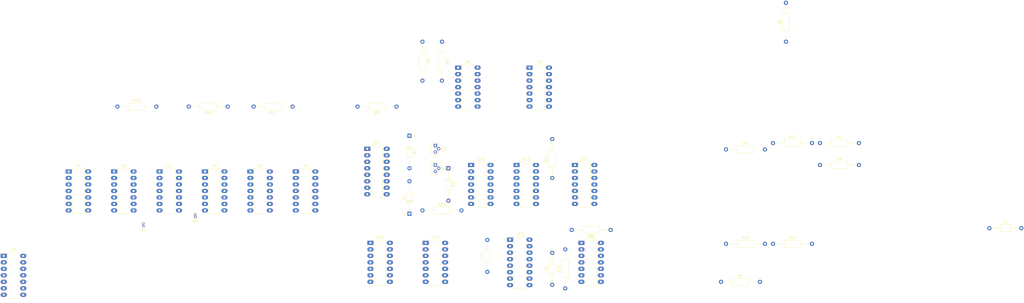
<source format=kicad_pcb>
(kicad_pcb (version 20211014) (generator pcbnew)
  (layers (0 "F.Cu" signal) (31 "B.Cu" signal) (34 "B.Paste" user) (35 "F.Paste" user) (36 "B.SilkS" user "B.Silkscreen") (37 "F.SilkS" user "F.Silkscreen") (38 "B.Mask" user) (39 "F.Mask" user) (44 "Edge.Cuts" user))
  (net 0 "")
  (net 1 "+5V")
  (net 2 "Net-(C1-Pad1)")
  (net 3 "Net-(C2-Pad1)")
  (net 4 "+5P")
  (net 5 "/Arbiter Logic/U16_PULLUP")
  (net 6 "Net-(C2-Pad2)")
  (net 7 "Net-(C4-Pad1)")
  (net 8 "Net-(C4-Pad2)")
  (net 9 "/Arbiter Logic/CLK")
  (net 10 "+5T")
  (net 11 "~{CPU_B_REQ}")
  (net 12 "~{CPU_A_SEL}")
  (net 13 "~{LEFT_SEL}")
  (net 14 "~{TAS}")
  (net 15 "Net-(D3-Pad2)")
  (net 16 "~{CPU_A_REQ}")
  (net 17 "Net-(R1-Pad2)")
  (net 18 "Net-(Q1-Pad2)")
  (net 19 "Net-(Q2-Pad2)")
  (net 20 "GND")
  (net 21 "Net-(R2-Pad2)")
  (net 22 "~{HD1}")
  (net 23 "~{HD2}")
  (net 24 "~{WRITE_GATE}")
  (net 25 "Net-(U0-Pad1)")
  (net 26 "Net-(U0-Pad10)")
  (net 27 "~{ATTEN0}")
  (net 28 "Net-(U0-Pad4)")
  (net 29 "~{ATTEN1}")
  (net 30 "~{ATTEN3}")
  (net 31 "~{ATTEN2}")
  (net 32 "Net-(U0-Pad12)")
  (net 33 "SA4")
  (net 34 "BUS_EN")
  (net 35 "~{SA4}")
  (net 36 "SA8")
  (net 37 "~{SA8}")
  (net 38 "~{SA2}")
  (net 39 "SA2")
  (net 40 "~{WRITE_CHECK}")
  (net 41 "UNSAFE")
  (net 42 "DUR")
  (net 43 "~{DUR}")
  (net 44 "SA1")
  (net 45 "~{SA1}")
  (net 47 "/Arbiter Logic/~{ATTEN3_EN}")
  (net 48 "/Arbiter Bus/HD2|GND")
  (net 49 "WRITE_DATA")
  (net 50 "~{WRITE_DATA&CLOCK}")
  (net 51 "~{BUS_EN}")
  (net 52 "Net-(U3-Pad4)")
  (net 53 "~{WRITE_GATE_OUT}")
  (net 54 "~{READ_GATE}")
  (net 55 "READ_GATE")
  (net 56 "~{TA4}")
  (net 57 "TA4")
  (net 58 "~{TA1}")
  (net 59 "TA1")
  (net 60 "HD2")
  (net 61 "TA64")
  (net 62 "~{TA64}")
  (net 63 "HD1")
  (net 64 "TA2")
  (net 65 "~{TA2}")
  (net 66 "SECTOR_PULSE")
  (net 67 "~{SECTOR_PULSE}")
  (net 68 "SEEK_ERROR")
  (net 69 "~{SEEK_ERROR}")
  (net 70 "~{READ_CLOCK}")
  (net 71 "READ_CLOCK")
  (net 72 "~{READ_DATA}")
  (net 73 "~{TA128}")
  (net 74 "TA128")
  (net 75 "~{TA256}")
  (net 76 "TA256")
  (net 77 "~{TA16}")
  (net 78 "TA16")
  (net 79 "TA32")
  (net 80 "~{TA32}")
  (net 81 "/Arbiter Logic/~{ATTEN2_EN}")
  (net 82 "TA8")
  (net 83 "~{TA8}")
  (net 84 "~{ATTEN}")
  (net 85 "DS1")
  (net 86 "DS0")
  (net 87 "/Arbiter Logic/~{ATTEN0_EN}")
  (net 88 "/Arbiter Logic/~{ATTEN1_EN}")
  (net 91 "~{STROBE}")
  (net 92 "~{RECAL}")
  (net 93 "~{RESTORE}")
  (net 94 "Net-(U8-Pad2)")
  (net 95 "Net-(U8-Pad4)")
  (net 97 "+5A")
  (net 98 "/Arbiter Logic/A_REQ")
  (net 99 "~{CPU_B_SEL}")
  (net 100 "/Arbiter Logic/B_REQ")
  (net 101 "/Arbiter Logic/REQUEST")
  (net 102 "/Arbiter Logic/~{REQUEST}")
  (net 103 "/Arbiter Logic/~{A_REQ}")
  (net 104 "/Arbiter Logic/~{B_REQ}")
  (net 105 "Net-(U11-Pad10)")
  (net 106 "/Arbiter Logic/~{REQ_CLEAR}")
  (net 109 "Net-(U12-Pad6)")
  (net 110 "/Arbiter Logic/REQ_B_CLK")
  (net 111 "/Arbiter Logic/REQ_A_CLK")
  (net 114 "~{D0}")
  (net 115 "Net-(U13-Pad3)")
  (net 116 "~{D1}")
  (net 117 "Net-(U13-Pad6)")
  (net 118 "Net-(C3-Pad1)")
  (net 120 "Net-(U15-Pad4)")
  (net 121 "~{FINISH}")
  (net 124 "ARBITER_POWER")
  (net 125 "DRIVE_POWER")
  (net 126 "/Arbiter Logic/SLAVE")
  (net 127 "Net-(U11-Pad8)")
  (net 128 "Net-(C3-Pad2)")
  (net 129 "READ_DATA")
  (footprint "Resistor_THT:R_Axial_DIN0207_L6.3mm_D2.5mm_P15.24mm_Horizontal" (layer "F.Cu") (at 261.62 109.22 180)
    (fp_text reference "R3" (at 7.62 -2.37) (layer "F.SilkS"))
    (fp_text value "1K")
    (pad "1" thru_hole circle (at 0 0 180) (size 1.6 1.6) (drill 0.8) (layers *.Cu *.Mask) (net 4 "+5P"))
    (pad "2" thru_hole oval (at 15.24 0 180) (size 1.6 1.6) (drill 0.8) (layers *.Cu *.Mask) (net 5 "/Arbiter Logic/U16_PULLUP"))
  )
  (footprint "Package_DIP:DIP-14_W7.62mm_LongPads" (layer "F.Cu") (at 24.115 119.375)
    (fp_text reference "U0" (at 3.81 -2.33) (layer "F.SilkS"))
    (fp_text value "74LS03")
    (pad "1" thru_hole rect (at 0 0) (size 2.4 1.6) (drill 0.8) (layers *.Cu *.Mask) (net 25 "Net-(U0-Pad1)"))
    (pad "2" thru_hole oval (at 0 2.54) (size 2.4 1.6) (drill 0.8) (layers *.Cu *.Mask) (net 26 "Net-(U0-Pad10)"))
    (pad "3" thru_hole oval (at 0 5.08) (size 2.4 1.6) (drill 0.8) (layers *.Cu *.Mask) (net 27 "~{ATTEN0}"))
    (pad "4" thru_hole oval (at 0 7.62) (size 2.4 1.6) (drill 0.8) (layers *.Cu *.Mask) (net 28 "Net-(U0-Pad4)"))
    (pad "5" thru_hole oval (at 0 10.16) (size 2.4 1.6) (drill 0.8) (layers *.Cu *.Mask) (net 26 "Net-(U0-Pad10)"))
    (pad "6" thru_hole oval (at 0 12.7) (size 2.4 1.6) (drill 0.8) (layers *.Cu *.Mask) (net 29 "~{ATTEN1}"))
    (pad "7" thru_hole oval (at 0 15.24) (size 2.4 1.6) (drill 0.8) (layers *.Cu *.Mask) (net 20 "GND"))
    (pad "8" thru_hole oval (at 7.62 15.24) (size 2.4 1.6) (drill 0.8) (layers *.Cu *.Mask) (net 30 "~{ATTEN3}"))
    (pad "9" thru_hole oval (at 7.62 12.7) (size 2.4 1.6) (drill 0.8) (layers *.Cu *.Mask) (net 21 "Net-(R2-Pad2)"))
    (pad "10" thru_hole oval (at 7.62 10.16) (size 2.4 1.6) (drill 0.8) (layers *.Cu *.Mask) (net 26 "Net-(U0-Pad10)"))
    (pad "11" thru_hole oval (at 7.62 7.62) (size 2.4 1.6) (drill 0.8) (layers *.Cu *.Mask) (net 31 "~{ATTEN2}"))
    (pad "12" thru_hole oval (at 7.62 5.08) (size 2.4 1.6) (drill 0.8) (layers *.Cu *.Mask) (net 32 "Net-(U0-Pad12)"))
    (pad "13" thru_hole oval (at 7.62 2.54) (size 2.4 1.6) (drill 0.8) (layers *.Cu *.Mask) (net 26 "Net-(U0-Pad10)"))
    (pad "14" thru_hole oval (at 7.62 0) (size 2.4 1.6) (drill 0.8) (layers *.Cu *.Mask) (net 1 "+5V"))
  )
  (footprint "Diode_THT:D_DO-35_SOD27_P12.70mm_Horizontal" (layer "F.Cu") (at 182.88 102.87 90)
    (fp_text reference "D1" (at 6.35 -2.12 90) (layer "F.SilkS"))
    (fp_text value "~")
    (fp_text user "K" (at 0 -1.8 90) (layer "F.SilkS"))
    (pad "1" thru_hole rect (at 0 0 90) (size 1.6 1.6) (drill 0.8) (layers *.Cu *.Mask) (net 97 "+5A"))
    (pad "2" thru_hole oval (at 12.7 0 90) (size 1.6 1.6) (drill 0.8) (layers *.Cu *.Mask) (net 1 "+5V"))
  )
  (footprint "Package_DIP:DIP-14_W7.62mm_LongPads" (layer "F.Cu") (at 138.415 86.355)
    (fp_text reference "U6" (at 3.81 -2.33) (layer "F.SilkS"))
    (fp_text value "74LS04")
    (pad "1" thru_hole rect (at 0 0) (size 2.4 1.6) (drill 0.8) (layers *.Cu *.Mask) (net 73 "~{TA128}"))
    (pad "2" thru_hole oval (at 0 2.54) (size 2.4 1.6) (drill 0.8) (layers *.Cu *.Mask) (net 74 "TA128"))
    (pad "3" thru_hole oval (at 0 5.08) (size 2.4 1.6) (drill 0.8) (layers *.Cu *.Mask) (net 75 "~{TA256}"))
    (pad "4" thru_hole oval (at 0 7.62) (size 2.4 1.6) (drill 0.8) (layers *.Cu *.Mask) (net 76 "TA256"))
    (pad "5" thru_hole oval (at 0 10.16) (size 2.4 1.6) (drill 0.8) (layers *.Cu *.Mask) (net 77 "~{TA16}"))
    (pad "6" thru_hole oval (at 0 12.7) (size 2.4 1.6) (drill 0.8) (layers *.Cu *.Mask) (net 78 "TA16"))
    (pad "7" thru_hole oval (at 0 15.24) (size 2.4 1.6) (drill 0.8) (layers *.Cu *.Mask) (net 20 "GND"))
    (pad "8" thru_hole oval (at 7.62 15.24) (size 2.4 1.6) (drill 0.8) (layers *.Cu *.Mask) (net 79 "TA32"))
    (pad "9" thru_hole oval (at 7.62 12.7) (size 2.4 1.6) (drill 0.8) (layers *.Cu *.Mask) (net 80 "~{TA32}"))
    (pad "10" thru_hole oval (at 7.62 10.16) (size 2.4 1.6) (drill 0.8) (layers *.Cu *.Mask) (net 32 "Net-(U0-Pad12)"))
    (pad "11" thru_hole oval (at 7.62 7.62) (size 2.4 1.6) (drill 0.8) (layers *.Cu *.Mask) (net 81 "/Arbiter Logic/~{ATTEN2_EN}"))
    (pad "12" thru_hole oval (at 7.62 5.08) (size 2.4 1.6) (drill 0.8) (layers *.Cu *.Mask) (net 82 "TA8"))
    (pad "13" thru_hole oval (at 7.62 2.54) (size 2.4 1.6) (drill 0.8) (layers *.Cu *.Mask) (net 83 "~{TA8}"))
    (pad "14" thru_hole oval (at 7.62 0) (size 2.4 1.6) (drill 0.8) (layers *.Cu *.Mask) (net 1 "+5V"))
  )
  (footprint "Connector_PinHeader_1.00mm:PinHeader_1x02_P1.00mm_Vertical" (layer "F.Cu") (at 78.74 107.68 180)
    (fp_text reference "W1" (at 0 -1.56) (layer "F.SilkS"))
    (fp_text value "SET")
    (pad "1" thru_hole rect (at 0 0 180) (size 0.85 0.85) (drill 0.5) (layers *.Cu *.Mask) (net 20 "GND"))
    (pad "2" thru_hole oval (at 0 1 180) (size 0.85 0.85) (drill 0.5) (layers *.Cu *.Mask) (net 48 "/Arbiter Bus/HD2|GND"))
  )
  (footprint "Package_DIP:DIP-16_W7.62mm_LongPads" (layer "F.Cu") (at 222.235 113.045)
    (fp_text reference "U15" (at 3.81 -2.33) (layer "F.SilkS"))
    (fp_text value "96L02")
    (pad "1" thru_hole rect (at 0 0) (size 2.4 1.6) (drill 0.8) (layers *.Cu *.Mask) (net 8 "Net-(C4-Pad2)"))
    (pad "2" thru_hole oval (at 0 2.54) (size 2.4 1.6) (drill 0.8) (layers *.Cu *.Mask) (net 7 "Net-(C4-Pad1)"))
    (pad "3" thru_hole oval (at 0 5.08) (size 2.4 1.6) (drill 0.8) (layers *.Cu *.Mask))
    (pad "4" thru_hole oval (at 0 7.62) (size 2.4 1.6) (drill 0.8) (layers *.Cu *.Mask) (net 120 "Net-(U15-Pad4)"))
    (pad "5" thru_hole oval (at 0 10.16) (size 2.4 1.6) (drill 0.8) (layers *.Cu *.Mask) (net 121 "~{FINISH}"))
    (pad "6" thru_hole oval (at 0 12.7) (size 2.4 1.6) (drill 0.8) (layers *.Cu *.Mask))
    (pad "7" thru_hole oval (at 0 15.24) (size 2.4 1.6) (drill 0.8) (layers *.Cu *.Mask) (net 106 "/Arbiter Logic/~{REQ_CLEAR}"))
    (pad "8" thru_hole oval (at 0 17.78) (size 2.4 1.6) (drill 0.8) (layers *.Cu *.Mask) (net 20 "GND"))
    (pad "9" thru_hole oval (at 7.62 17.78) (size 2.4 1.6) (drill 0.8) (layers *.Cu *.Mask) (net 120 "Net-(U15-Pad4)"))
    (pad "10" thru_hole oval (at 7.62 15.24) (size 2.4 1.6) (drill 0.8) (layers *.Cu *.Mask))
    (pad "11" thru_hole oval (at 7.62 12.7) (size 2.4 1.6) (drill 0.8) (layers *.Cu *.Mask) (net 109 "Net-(U12-Pad6)"))
    (pad "12" thru_hole oval (at 7.62 10.16) (size 2.4 1.6) (drill 0.8) (layers *.Cu *.Mask) (net 20 "GND"))
    (pad "13" thru_hole oval (at 7.62 7.62) (size 2.4 1.6) (drill 0.8) (layers *.Cu *.Mask) (net 106 "/Arbiter Logic/~{REQ_CLEAR}"))
    (pad "14" thru_hole oval (at 7.62 5.08) (size 2.4 1.6) (drill 0.8) (layers *.Cu *.Mask) (net 118 "Net-(C3-Pad1)"))
    (pad "15" thru_hole oval (at 7.62 2.54) (size 2.4 1.6) (drill 0.8) (layers *.Cu *.Mask) (net 128 "Net-(C3-Pad2)"))
    (pad "16" thru_hole oval (at 7.62 0) (size 2.4 1.6) (drill 0.8) (layers *.Cu *.Mask) (net 4 "+5P"))
  )
  (footprint "Package_TO_SOT_THT:TO-92" (layer "F.Cu") (at 193.04 76.2 -90)
    (fp_text reference "Q2" (at 1.27 -3.56 90) (layer "F.SilkS"))
    (fp_text value "2N4403")
    (pad "1" thru_hole rect (at 0 0 270) (size 1.3 1.3) (drill 0.75) (layers *.Cu *.Mask) (net 1 "+5V"))
    (pad "2" thru_hole circle (at 1.27 -1.27 270) (size 1.3 1.3) (drill 0.75) (layers *.Cu *.Mask) (net 19 "Net-(Q2-Pad2)"))
    (pad "3" thru_hole circle (at 2.54 0 270) (size 1.3 1.3) (drill 0.75) (layers *.Cu *.Mask) (net 97 "+5A"))
  )
  (footprint "Resistor_THT:R_Axial_DIN0207_L6.3mm_D2.5mm_P15.24mm_Horizontal" (layer "F.Cu") (at 330.2 35.56 90)
    (fp_text reference "R8" (at 7.62 -2.37 90) (layer "F.SilkS"))
    (fp_text value "1K")
    (pad "1" thru_hole circle (at 0 0 90) (size 1.6 1.6) (drill 0.8) (layers *.Cu *.Mask) (net 10 "+5T"))
    (pad "2" thru_hole oval (at 15.24 0 90) (size 1.6 1.6) (drill 0.8) (layers *.Cu *.Mask) (net 13 "~{LEFT_SEL}"))
  )
  (footprint "Package_DIP:DIP-14_W7.62mm_LongPads" (layer "F.Cu") (at 229.855 45.715)
    (fp_text reference "U9" (at 3.81 -2.33) (layer "F.SilkS"))
    (fp_text value "74LS03")
    (pad "1" thru_hole rect (at 0 0) (size 2.4 1.6) (drill 0.8) (layers *.Cu *.Mask) (net 94 "Net-(U8-Pad2)"))
    (pad "2" thru_hole oval (at 0 2.54) (size 2.4 1.6) (drill 0.8) (layers *.Cu *.Mask) (net 126 "/Arbiter Logic/SLAVE"))
    (pad "3" thru_hole oval (at 0 5.08) (size 2.4 1.6) (drill 0.8) (layers *.Cu *.Mask) (net 16 "~{CPU_A_REQ}"))
    (pad "4" thru_hole oval (at 0 7.62) (size 2.4 1.6) (drill 0.8) (layers *.Cu *.Mask) (net 13 "~{LEFT_SEL}"))
    (pad "5" thru_hole oval (at 0 10.16) (size 2.4 1.6) (drill 0.8) (layers *.Cu *.Mask) (net 98 "/Arbiter Logic/A_REQ"))
    (pad "6" thru_hole oval (at 0 12.7) (size 2.4 1.6) (drill 0.8) (layers *.Cu *.Mask) (net 12 "~{CPU_A_SEL}"))
    (pad "7" thru_hole oval (at 0 15.24) (size 2.4 1.6) (drill 0.8) (layers *.Cu *.Mask) (net 20 "GND"))
    (pad "8" thru_hole oval (at 7.62 15.24) (size 2.4 1.6) (drill 0.8) (layers *.Cu *.Mask) (net 99 "~{CPU_B_SEL}"))
    (pad "9" thru_hole oval (at 7.62 12.7) (size 2.4 1.6) (drill 0.8) (layers *.Cu *.Mask) (net 100 "/Arbiter Logic/B_REQ"))
    (pad "10" thru_hole oval (at 7.62 10.16) (size 2.4 1.6) (drill 0.8) (layers *.Cu *.Mask) (net 13 "~{LEFT_SEL}"))
    (pad "11" thru_hole oval (at 7.62 7.62) (size 2.4 1.6) (drill 0.8) (layers *.Cu *.Mask) (net 99 "~{CPU_B_SEL}"))
    (pad "12" thru_hole oval (at 7.62 5.08) (size 2.4 1.6) (drill 0.8) (layers *.Cu *.Mask) (net 95 "Net-(U8-Pad4)"))
    (pad "13" thru_hole oval (at 7.62 2.54) (size 2.4 1.6) (drill 0.8) (layers *.Cu *.Mask) (net 126 "/Arbiter Logic/SLAVE"))
    (pad "14" thru_hole oval (at 7.62 0) (size 2.4 1.6) (drill 0.8) (layers *.Cu *.Mask) (net 97 "+5A"))
  )
  (footprint "Resistor_THT:R_Axial_DIN0207_L6.3mm_D2.5mm_P15.24mm_Horizontal" (layer "F.Cu") (at 195.58 35.56 -90)
    (fp_text reference "R7" (at 7.62 -2.37 90) (layer "F.SilkS"))
    (fp_text value "180")
    (pad "1" thru_hole circle (at 0 0 270) (size 1.6 1.6) (drill 0.8) (layers *.Cu *.Mask) (net 10 "+5T"))
    (pad "2" thru_hole oval (at 15.24 0 270) (size 1.6 1.6) (drill 0.8) (layers *.Cu *.Mask) (net 12 "~{CPU_A_SEL}"))
  )
  (footprint "Package_DIP:DIP-14_W7.62mm_LongPads" (layer "F.Cu") (at 167.61 114.29)
    (fp_text reference "U13" (at 3.81 -2.33) (layer "F.SilkS"))
    (fp_text value "74LS86")
    (pad "1" thru_hole rect (at 0 0) (size 2.4 1.6) (drill 0.8) (layers *.Cu *.Mask) (net 86 "DS0"))
    (pad "2" thru_hole oval (at 0 2.54) (size 2.4 1.6) (drill 0.8) (layers *.Cu *.Mask) (net 114 "~{D0}"))
    (pad "3" thru_hole oval (at 0 5.08) (size 2.4 1.6) (drill 0.8) (layers *.Cu *.Mask) (net 115 "Net-(U13-Pad3)"))
    (pad "4" thru_hole oval (at 0 7.62) (size 2.4 1.6) (drill 0.8) (layers *.Cu *.Mask) (net 85 "DS1"))
    (pad "5" thru_hole oval (at 0 10.16) (size 2.4 1.6) (drill 0.8) (layers *.Cu *.Mask) (net 116 "~{D1}"))
    (pad "6" thru_hole oval (at 0 12.7) (size 2.4 1.6) (drill 0.8) (layers *.Cu *.Mask) (net 117 "Net-(U13-Pad6)"))
    (pad "7" thru_hole oval (at 0 15.24) (size 2.4 1.6) (drill 0.8) (layers *.Cu *.Mask) (net 20 "GND"))
    (pad "8" thru_hole oval (at 7.62 15.24) (size 2.4 1.6) (drill 0.8) (layers *.Cu *.Mask) (net 28 "Net-(U0-Pad4)"))
    (pad "9" thru_hole oval (at 7.62 12.7) (size 2.4 1.6) (drill 0.8) (layers *.Cu *.Mask) (net 17 "Net-(R1-Pad2)"))
    (pad "10" thru_hole oval (at 7.62 10.16) (size 2.4 1.6) (drill 0.8) (layers *.Cu *.Mask) (net 88 "/Arbiter Logic/~{ATTEN1_EN}"))
    (pad "11" thru_hole oval (at 7.62 7.62) (size 2.4 1.6) (drill 0.8) (layers *.Cu *.Mask) (net 25 "Net-(U0-Pad1)"))
    (pad "12" thru_hole oval (at 7.62 5.08) (size 2.4 1.6) (drill 0.8) (layers *.Cu *.Mask) (net 17 "Net-(R1-Pad2)"))
    (pad "13" thru_hole oval (at 7.62 2.54) (size 2.4 1.6) (drill 0.8) (layers *.Cu *.Mask) (net 87 "/Arbiter Logic/~{ATTEN0_EN}"))
    (pad "14" thru_hole oval (at 7.62 0) (size 2.4 1.6) (drill 0.8) (layers *.Cu *.Mask) (net 1 "+5V"))
  )
  (footprint "Capacitor_THT:C_Axial_L3.8mm_D2.6mm_P12.50mm_Horizontal" (layer "F.Cu") (at 238.76 130.71 90)
    (fp_text reference "C2" (at 6.25 -2.42 90) (layer "F.SilkS"))
    (fp_text value "47nF")
    (pad "1" thru_hole circle (at 0 0 90) (size 1.6 1.6) (drill 0.8) (layers *.Cu *.Mask) (net 3 "Net-(C2-Pad1)"))
    (pad "2" thru_hole oval (at 12.5 0 90) (size 1.6 1.6) (drill 0.8) (layers *.Cu *.Mask) (net 6 "Net-(C2-Pad2)"))
  )
  (footprint "Resistor_THT:R_Axial_DIN0207_L6.3mm_D2.5mm_P15.24mm_Horizontal" (layer "F.Cu") (at 343.535 83.82)
    (fp_text reference "R4" (at 7.62 -2.37) (layer "F.SilkS"))
    (fp_text value "2.2K")
    (pad "1" thru_hole circle (at 0 0) (size 1.6 1.6) (drill 0.8) (layers *.Cu *.Mask) (net 2 "Net-(C1-Pad1)"))
    (pad "2" thru_hole oval (at 15.24 0) (size 1.6 1.6) (drill 0.8) (layers *.Cu *.Mask) (net 6 "Net-(C2-Pad2)"))
  )
  (footprint "Resistor_THT:R_Axial_DIN0207_L6.3mm_D2.5mm_P15.24mm_Horizontal" (layer "F.Cu") (at 111.76 60.96 180)
    (fp_text reference "R16" (at 7.62 -2.37) (layer "F.SilkS"))
    (fp_text value "510")
    (pad "1" thru_hole circle (at 0 0 180) (size 1.6 1.6) (drill 0.8) (layers *.Cu *.Mask) (net 1 "+5V"))
    (pad "2" thru_hole oval (at 15.24 0 180) (size 1.6 1.6) (drill 0.8) (layers *.Cu *.Mask) (net 22 "~{HD1}"))
  )
  (footprint "Capacitor_THT:C_Axial_L3.8mm_D2.6mm_P12.50mm_Horizontal" (layer "F.Cu") (at 409.82 108.56)
    (fp_text reference "C1" (at 6.25 -2.42) (layer "F.SilkS"))
    (fp_text value "1.2nF")
    (pad "1" thru_hole circle (at 0 0) (size 1.6 1.6) (drill 0.8) (layers *.Cu *.Mask) (net 2 "Net-(C1-Pad1)"))
    (pad "2" thru_hole oval (at 12.5 0) (size 1.6 1.6) (drill 0.8) (layers *.Cu *.Mask) (net 9 "/Arbiter Logic/CLK"))
  )
  (footprint "Package_DIP:DIP-14_W7.62mm_LongPads" (layer "F.Cu") (at 85.075 86.355)
    (fp_text reference "U3" (at 3.81 -2.33) (layer "F.SilkS"))
    (fp_text value "74LS02")
    (pad "1" thru_hole rect (at 0 0) (size 2.4 1.6) (drill 0.8) (layers *.Cu *.Mask) (net 49 "WRITE_DATA"))
    (pad "2" thru_hole oval (at 0 2.54) (size 2.4 1.6) (drill 0.8) (layers *.Cu *.Mask) (net 50 "~{WRITE_DATA&CLOCK}"))
    (pad "3" thru_hole oval (at 0 5.08) (size 2.4 1.6) (drill 0.8) (layers *.Cu *.Mask) (net 51 "~{BUS_EN}"))
    (pad "4" thru_hole oval (at 0 7.62) (size 2.4 1.6) (drill 0.8) (layers *.Cu *.Mask) (net 52 "Net-(U3-Pad4)"))
    (pad "5" thru_hole oval (at 0 10.16) (size 2.4 1.6) (drill 0.8) (layers *.Cu *.Mask) (net 51 "~{BUS_EN}"))
    (pad "6" thru_hole oval (at 0 12.7) (size 2.4 1.6) (drill 0.8) (layers *.Cu *.Mask) (net 24 "~{WRITE_GATE}"))
    (pad "7" thru_hole oval (at 0 15.24) (size 2.4 1.6) (drill 0.8) (layers *.Cu *.Mask) (net 20 "GND"))
    (pad "8" thru_hole oval (at 7.62 15.24) (size 2.4 1.6) (drill 0.8) (layers *.Cu *.Mask) (net 52 "Net-(U3-Pad4)"))
    (pad "9" thru_hole oval (at 7.62 12.7) (size 2.4 1.6) (drill 0.8) (layers *.Cu *.Mask) (net 52 "Net-(U3-Pad4)"))
    (pad "10" thru_hole oval (at 7.62 10.16) (size 2.4 1.6) (drill 0.8) (layers *.Cu *.Mask) (net 53 "~{WRITE_GATE_OUT}"))
    (pad "11" thru_hole oval (at 7.62 7.62) (size 2.4 1.6) (drill 0.8) (layers *.Cu *.Mask) (net 54 "~{READ_GATE}"))
    (pad "12" thru_hole oval (at 7.62 5.08) (size 2.4 1.6) (drill 0.8) (layers *.Cu *.Mask) (net 51 "~{BUS_EN}"))
    (pad "13" thru_hole oval (at 7.62 2.54) (size 2.4 1.6) (drill 0.8) (layers *.Cu *.Mask) (net 55 "READ_GATE"))
    (pad "14" thru_hole oval (at 7.62 0) (size 2.4 1.6) (drill 0.8) (layers *.Cu *.Mask) (net 1 "+5V"))
  )
  (footprint "Resistor_THT:R_Axial_DIN0207_L6.3mm_D2.5mm_P15.24mm_Horizontal" (layer "F.Cu") (at 306.755 114.645)
    (fp_text reference "R13" (at 7.62 -2.37) (layer "F.SilkS"))
    (fp_text value "2K")
    (pad "1" thru_hole circle (at 0 0) (size 1.6 1.6) (drill 0.8) (layers *.Cu *.Mask) (net 124 "ARBITER_POWER"))
    (pad "2" thru_hole oval (at 15.24 0) (size 1.6 1.6) (drill 0.8) (layers *.Cu *.Mask) (net 18 "Net-(Q1-Pad2)"))
  )
  (footprint "Package_DIP:DIP-14_W7.62mm_LongPads" (layer "F.Cu") (at 120.635 86.355)
    (fp_text reference "U5" (at 3.81 -2.33) (layer "F.SilkS"))
    (fp_text value "74LS03")
    (pad "1" thru_hole rect (at 0 0) (size 2.4 1.6) (drill 0.8) (layers *.Cu *.Mask) (net 66 "SECTOR_PULSE"))
    (pad "2" thru_hole oval (at 0 2.54) (size 2.4 1.6) (drill 0.8) (layers *.Cu *.Mask) (net 34 "BUS_EN"))
    (pad "3" thru_hole oval (at 0 5.08) (size 2.4 1.6) (drill 0.8) (layers *.Cu *.Mask) (net 67 "~{SECTOR_PULSE}"))
    (pad "4" thru_hole oval (at 0 7.62) (size 2.4 1.6) (drill 0.8) (layers *.Cu *.Mask) (net 68 "SEEK_ERROR"))
    (pad "5" thru_hole oval (at 0 10.16) (size 2.4 1.6) (drill 0.8) (layers *.Cu *.Mask) (net 34 "BUS_EN"))
    (pad "6" thru_hole oval (at 0 12.7) (size 2.4 1.6) (drill 0.8) (layers *.Cu *.Mask) (net 69 "~{SEEK_ERROR}"))
    (pad "7" thru_hole oval (at 0 15.24) (size 2.4 1.6) (drill 0.8) (layers *.Cu *.Mask) (net 20 "GND"))
    (pad "8" thru_hole oval (at 7.62 15.24) (size 2.4 1.6) (drill 0.8) (layers *.Cu *.Mask) (net 70 "~{READ_CLOCK}"))
    (pad "9" thru_hole oval (at 7.62 12.7) (size 2.4 1.6) (drill 0.8) (layers *.Cu *.Mask) (net 34 "BUS_EN"))
    (pad "10" thru_hole oval (at 7.62 10.16) (size 2.4 1.6) (drill 0.8) (layers *.Cu *.Mask) (net 71 "READ_CLOCK"))
    (pad "11" thru_hole oval (at 7.62 7.62) (size 2.4 1.6) (drill 0.8) (layers *.Cu *.Mask) (net 72 "~{READ_DATA}"))
    (pad "12" thru_hole oval (at 7.62 5.08) (size 2.4 1.6) (drill 0.8) (layers *.Cu *.Mask) (net 34 "BUS_EN"))
    (pad "13" thru_hole oval (at 7.62 2.54) (size 2.4 1.6) (drill 0.8) (layers *.Cu *.Mask) (net 129 "READ_DATA"))
    (pad "14" thru_hole oval (at 7.62 0) (size 2.4 1.6) (drill 0.8) (layers *.Cu *.Mask) (net 1 "+5V"))
  )
  (footprint "Diode_THT:D_DO-35_SOD27_P12.70mm_Horizontal" (layer "F.Cu") (at 198.12 85.09 -90)
    (fp_text reference "D3" (at 6.35 -2.12 90) (layer "F.SilkS"))
    (fp_text value "IN52")
    (fp_text user "K" (at 0 -1.8 90) (layer "F.SilkS"))
    (pad "1" thru_hole rect (at 0 0 270) (size 1.6 1.6) (drill 0.8) (layers *.Cu *.Mask) (net 1 "+5V"))
    (pad "2" thru_hole oval (at 12.7 0 270) (size 1.6 1.6) (drill 0.8) (layers *.Cu *.Mask) (net 15 "Net-(D3-Pad2)"))
  )
  (footprint "Package_DIP:DIP-14_W7.62mm_LongPads" (layer "F.Cu") (at 102.855 86.355)
    (fp_text reference "U4" (at 3.81 -2.33) (layer "F.SilkS"))
    (fp_text value "74LS04")
    (pad "1" thru_hole rect (at 0 0) (size 2.4 1.6) (drill 0.8) (layers *.Cu *.Mask) (net 56 "~{TA4}"))
    (pad "2" thru_hole oval (at 0 2.54) (size 2.4 1.6) (drill 0.8) (layers *.Cu *.Mask) (net 57 "TA4"))
    (pad "3" thru_hole oval (at 0 5.08) (size 2.4 1.6) (drill 0.8) (layers *.Cu *.Mask) (net 58 "~{TA1}"))
    (pad "4" thru_hole oval (at 0 7.62) (size 2.4 1.6) (drill 0.8) (layers *.Cu *.Mask) (net 59 "TA1"))
    (pad "5" thru_hole oval (at 0 10.16) (size 2.4 1.6) (drill 0.8) (layers *.Cu *.Mask) (net 23 "~{HD2}"))
    (pad "6" thru_hole oval (at 0 12.7) (size 2.4 1.6) (drill 0.8) (layers *.Cu *.Mask) (net 60 "HD2"))
    (pad "7" thru_hole oval (at 0 15.24) (size 2.4 1.6) (drill 0.8) (layers *.Cu *.Mask) (net 20 "GND"))
    (pad "8" thru_hole oval (at 7.62 15.24) (size 2.4 1.6) (drill 0.8) (layers *.Cu *.Mask) (net 61 "TA64"))
    (pad "9" thru_hole oval (at 7.62 12.7) (size 2.4 1.6) (drill 0.8) (layers *.Cu *.Mask) (net 62 "~{TA64}"))
    (pad "10" thru_hole oval (at 7.62 10.16) (size 2.4 1.6) (drill 0.8) (layers *.Cu *.Mask) (net 63 "HD1"))
    (pad "11" thru_hole oval (at 7.62 7.62) (size 2.4 1.6) (drill 0.8) (layers *.Cu *.Mask) (net 22 "~{HD1}"))
    (pad "12" thru_hole oval (at 7.62 5.08) (size 2.4 1.6) (drill 0.8) (layers *.Cu *.Mask) (net 64 "TA2"))
    (pad "13" thru_hole oval (at 7.62 2.54) (size 2.4 1.6) (drill 0.8) (layers *.Cu *.Mask) (net 65 "~{TA2}"))
    (pad "14" thru_hole oval (at 7.62 0) (size 2.4 1.6) (drill 0.8) (layers *.Cu *.Mask) (net 1 "+5V"))
  )
  (footprint "Package_DIP:DIP-14_W7.62mm_LongPads" (layer "F.Cu") (at 247.635 83.815)
    (fp_text reference "U12" (at 3.81 -2.33) (layer "F.SilkS"))
    (fp_text value "74LS74")
    (pad "1" thru_hole rect (at 0 0) (size 2.4 1.6) (drill 0.8) (layers *.Cu *.Mask) (net 14 "~{TAS}"))
    (pad "2" thru_hole oval (at 0 2.54) (size 2.4 1.6) (drill 0.8) (layers *.Cu *.Mask) (net 101 "/Arbiter Logic/REQUEST"))
    (pad "3" thru_hole oval (at 0 5.08) (size 2.4 1.6) (drill 0.8) (layers *.Cu *.Mask) (net 9 "/Arbiter Logic/CLK"))
    (pad "4" thru_hole oval (at 0 7.62) (size 2.4 1.6) (drill 0.8) (layers *.Cu *.Mask))
    (pad "5" thru_hole oval (at 0 10.16) (size 2.4 1.6) (drill 0.8) (layers *.Cu *.Mask))
    (pad "6" thru_hole oval (at 0 12.7) (size 2.4 1.6) (drill 0.8) (layers *.Cu *.Mask) (net 109 "Net-(U12-Pad6)"))
    (pad "7" thru_hole oval (at 0 15.24) (size 2.4 1.6) (drill 0.8) (layers *.Cu *.Mask) (net 20 "GND"))
    (pad "8" thru_hole oval (at 7.62 15.24) (size 2.4 1.6) (drill 0.8) (layers *.Cu *.Mask) (net 110 "/Arbiter Logic/REQ_B_CLK"))
    (pad "9" thru_hole oval (at 7.62 12.7) (size 2.4 1.6) (drill 0.8) (layers *.Cu *.Mask) (net 111 "/Arbiter Logic/REQ_A_CLK"))
    (pad "10" thru_hole oval (at 7.62 10.16) (size 2.4 1.6) (drill 0.8) (layers *.Cu *.Mask))
    (pad "11" thru_hole oval (at 7.62 7.62) (size 2.4 1.6) (drill 0.8) (layers *.Cu *.Mask) (net 127 "Net-(U11-Pad8)"))
    (pad "12" thru_hole oval (at 7.62 5.08) (size 2.4 1.6) (drill 0.8) (layers *.Cu *.Mask) (net 110 "/Arbiter Logic/REQ_B_CLK"))
    (pad "13" thru_hole oval (at 7.62 2.54) (size 2.4 1.6) (drill 0.8) (layers *.Cu *.Mask))
    (pad "14" thru_hole oval (at 7.62 0) (size 2.4 1.6) (drill 0.8) (layers *.Cu *.Mask) (net 4 "+5P"))
  )
  (footprint "Package_TO_SOT_THT:TO-92" (layer "F.Cu") (at 193.04 83.82 -90)
    (fp_text reference "Q1" (at 1.27 -3.56 90) (layer "F.SilkS"))
    (fp_text value "2N4403")
    (pad "1" thru_hole rect (at 0 0 270) (size 1.3 1.3) (drill 0.75) (layers *.Cu *.Mask) (net 97 "+5A"))
    (pad "2" thru_hole circle (at 1.27 -1.27 270) (size 1.3 1.3) (drill 0.75) (layers *.Cu *.Mask) (net 18 "Net-(Q1-Pad2)"))
    (pad "3" thru_hole circle (at 2.54 0 270) (size 1.3 1.3) (drill 0.75) (layers *.Cu *.Mask) (net 4 "+5P"))
  )
  (footprint "Resistor_THT:R_Axial_DIN0207_L6.3mm_D2.5mm_P15.24mm_Horizontal" (layer "F.Cu") (at 343.535 75.225)
    (fp_text reference "R1" (at 7.62 -2.37) (layer "F.SilkS"))
    (fp_text value "2.2K")
    (pad "1" thru_hole circle (at 0 0) (size 1.6 1.6) (drill 0.8) (layers *.Cu *.Mask) (net 1 "+5V"))
    (pad "2" thru_hole oval (at 15.24 0) (size 1.6 1.6) (drill 0.8) (layers *.Cu *.Mask) (net 17 "Net-(R1-Pad2)"))
  )
  (footprint "Resistor_THT:R_Axial_DIN0207_L6.3mm_D2.5mm_P15.24mm_Horizontal" (layer "F.Cu") (at 325.145 75.225)
    (fp_text reference "R12" (at 7.62 -2.37) (layer "F.SilkS"))
    (fp_text value "22K")
    (pad "1" thru_hole circle (at 0 0) (size 1.6 1.6) (drill 0.8) (layers *.Cu *.Mask) (net 7 "Net-(C4-Pad1)"))
    (pad "2" thru_hole oval (at 15.24 0) (size 1.6 1.6) (drill 0.8) (layers *.Cu *.Mask) (net 4 "+5P"))
  )
  (footprint "Resistor_THT:R_Axial_DIN0207_L6.3mm_D2.5mm_P15.24mm_Horizontal" (layer "F.Cu") (at 137.16 60.96 180)
    (fp_text reference "R17" (at 7.62 -2.37) (layer "F.SilkS"))
    (fp_text value "510")
    (pad "1" thru_hole circle (at 0 0 180) (size 1.6 1.6) (drill 0.8) (layers *.Cu *.Mask) (net 1 "+5V"))
    (pad "2" thru_hole oval (at 15.24 0 180) (size 1.6 1.6) (drill 0.8) (layers *.Cu *.Mask) (net 23 "~{HD2}"))
  )
  (footprint "Connector_PinHeader_1.00mm:PinHeader_1x02_P1.00mm_Vertical" (layer "F.Cu") (at 99.06 104.14 180)
    (fp_text reference "W2" (at 0 -1.56) (layer "F.SilkS"))
    (fp_text value "UNSET")
    (pad "1" thru_hole rect (at 0 0 180) (size 0.85 0.85) (drill 0.5) (layers *.Cu *.Mask) (net 48 "/Arbiter Bus/HD2|GND"))
    (pad "2" thru_hole oval (at 0 1 180) (size 0.85 0.85) (drill 0.5) (layers *.Cu *.Mask) (net 60 "HD2"))
  )
  (footprint "Resistor_THT:R_Axial_DIN0207_L6.3mm_D2.5mm_P15.24mm_Horizontal" (layer "F.Cu") (at 306.755 77.725)
    (fp_text reference "R2" (at 7.62 -2.37) (layer "F.SilkS"))
    (fp_text value "2.2K")
    (pad "1" thru_hole circle (at 0 0) (size 1.6 1.6) (drill 0.8) (layers *.Cu *.Mask) (net 1 "+5V"))
    (pad "2" thru_hole oval (at 15.24 0) (size 1.6 1.6) (drill 0.8) (layers *.Cu *.Mask) (net 21 "Net-(R2-Pad2)"))
  )
  (footprint "Package_DIP:DIP-14_W7.62mm_LongPads" (layer "F.Cu") (at 49.515 86.355)
    (fp_text reference "U1" (at 3.81 -2.33) (layer "F.SilkS"))
    (fp_text value "74LS03")
    (pad "1" thru_hole rect (at 0 0) (size 2.4 1.6) (drill 0.8) (layers *.Cu *.Mask) (net 33 "SA4"))
    (pad "2" thru_hole oval (at 0 2.54) (size 2.4 1.6) (drill 0.8) (layers *.Cu *.Mask) (net 34 "BUS_EN"))
    (pad "3" thru_hole oval (at 0 5.08) (size 2.4 1.6) (drill 0.8) (layers *.Cu *.Mask) (net 35 "~{SA4}"))
    (pad "4" thru_hole oval (at 0 7.62) (size 2.4 1.6) (drill 0.8) (layers *.Cu *.Mask) (net 34 "BUS_EN"))
    (pad "5" thru_hole oval (at 0 10.16) (size 2.4 1.6) (drill 0.8) (layers *.Cu *.Mask) (net 36 "SA8"))
    (pad "6" thru_hole oval (at 0 12.7) (size 2.4 1.6) (drill 0.8) (layers *.Cu *.Mask) (net 37 "~{SA8}"))
    (pad "7" thru_hole oval (at 0 15.24) (size 2.4 1.6) (drill 0.8) (layers *.Cu *.Mask) (net 20 "GND"))
    (pad "8" thru_hole oval (at 7.62 15.24) (size 2.4 1.6) (drill 0.8) (layers *.Cu *.Mask) (net 38 "~{SA2}"))
    (pad "9" thru_hole oval (at 7.62 12.7) (size 2.4 1.6) (drill 0.8) (layers *.Cu *.Mask) (net 39 "SA2"))
    (pad "10" thru_hole oval (at 7.62 10.16) (size 2.4 1.6) (drill 0.8) (layers *.Cu *.Mask) (net 34 "BUS_EN"))
    (pad "11" thru_hole oval (at 7.62 7.62) (size 2.4 1.6) (drill 0.8) (layers *.Cu *.Mask) (net 40 "~{WRITE_CHECK}"))
    (pad "12" thru_hole oval (at 7.62 5.08) (size 2.4 1.6) (drill 0.8) (layers *.Cu *.Mask) (net 34 "BUS_EN"))
    (pad "13" thru_hole oval (at 7.62 2.54) (size 2.4 1.6) (drill 0.8) (layers *.Cu *.Mask) (net 41 "UNSAFE"))
    (pad "14" thru_hole oval (at 7.62 0) (size 2.4 1.6) (drill 0.8) (layers *.Cu *.Mask) (net 1 "+5V"))
  )
  (footprint "Package_DIP:DIP-16_W7.62mm_LongPads" (layer "F.Cu") (at 166.355 77.485)
    (fp_text reference "U7" (at 3.81 -2.33) (layer "F.SilkS"))
    (fp_text value "74LS139")
    (pad "1" thru_hole rect (at 0 0) (size 2.4 1.6) (drill 0.8) (layers *.Cu *.Mask) (net 84 "~{ATTEN}"))
    (pad "2" thru_hole oval (at 0 2.54) (size 2.4 1.6) (drill 0.8) (layers *.Cu *.Mask) (net 85 "DS1"))
    (pad "3" thru_hole oval (at 0 5.08) (size 2.4 1.6) (drill 0.8) (layers *.Cu *.Mask) (net 86 "DS0"))
    (pad "4" thru_hole oval (at 0 7.62) (size 2.4 1.6) (drill 0.8) (layers *.Cu *.Mask) (net 87 "/Arbiter Logic/~{ATTEN0_EN}"))
    (pad "5" thru_hole oval (at 0 10.16) (size 2.4 1.6) (drill 0.8) (layers *.Cu *.Mask) (net 88 "/Arbiter Logic/~{ATTEN1_EN}"))
    (pad "6" thru_hole oval (at 0 12.7) (size 2.4 1.6) (drill 0.8) (layers *.Cu *.Mask) (net 81 "/Arbiter Logic/~{ATTEN2_EN}"))
    (pad "7" thru_hole oval (at 0 15.24) (size 2.4 1.6) (drill 0.8) (layers *.Cu *.Mask) (net 47 "/Arbiter Logic/~{ATTEN3_EN}"))
    (pad "8" thru_hole oval (at 0 17.78) (size 2.4 1.6) (drill 0.8) (layers *.Cu *.Mask) (net 20 "GND"))
    (pad "9" thru_hole oval (at 7.62 17.78) (size 2.4 1.6) (drill 0.8) (layers *.Cu *.Mask))
    (pad "10" thru_hole oval (at 7.62 15.24) (size 2.4 1.6) (drill 0.8) (layers *.Cu *.Mask))
    (pad "11" thru_hole oval (at 7.62 12.7) (size 2.4 1.6) (drill 0.8) (layers *.Cu *.Mask) (net 91 "~{STROBE}"))
    (pad "12" thru_hole oval (at 7.62 10.16) (size 2.4 1.6) (drill 0.8) (layers *.Cu *.Mask) (net 92 "~{RECAL}"))
    (pad "13" thru_hole oval (at 7.62 7.62) (size 2.4 1.6) (drill 0.8) (layers *.Cu *.Mask) (net 14 "~{TAS}"))
    (pad "14" thru_hole oval (at 7.62 5.08) (size 2.4 1.6) (drill 0.8) (layers *.Cu *.Mask) (net 93 "~{RESTORE}"))
    (pad "15" thru_hole oval (at 7.62 2.54) (size 2.4 1.6) (drill 0.8) (layers *.Cu *.Mask) (net 51 "~{BUS_EN}"))
    (pad "16" thru_hole oval (at 7.62 0) (size 2.4 1.6) (drill 0.8) (layers *.Cu *.Mask) (net 1 "+5V"))
  )
  (footprint "Capacitor_THT:C_Axial_L3.8mm_D2.6mm_P12.50mm_Horizontal" (layer "F.Cu") (at 213.36 125.63 90)
    (fp_text reference "C4" (at 6.25 -2.42 90) (layer "F.SilkS"))
    (fp_text value "6.8nF")
    (pad "1" thru_hole circle (at 0 0 90) (size 1.6 1.6) (drill 0.8) (layers *.Cu *.Mask) (net 7 "Net-(C4-Pad1)"))
    (pad "2" thru_hole oval (at 12.5 0 90) (size 1.6 1.6) (drill 0.8) (layers *.Cu *.Mask) (net 8 "Net-(C4-Pad2)"))
  )
  (footprint "Package_DIP:DIP-14_W7.62mm_LongPads" (layer "F.Cu") (at 250.175 114.295)
    (fp_text reference "U16" (at 3.81 -2.33) (layer "F.SilkS"))
    (fp_text value "74LS74")
    (pad "1" thru_hole rect (at 0 0) (size 2.4 1.6) (drill 0.8) (layers *.Cu *.Mask) (net 5 "/Arbiter Logic/U16_PULLUP"))
    (pad "2" thru_hole oval (at 0 2.54) (size 2.4 1.6) (drill 0.8) (layers *.Cu *.Mask) (net 16 "~{CPU_A_REQ}"))
    (pad "3" thru_hole oval (at 0 5.08) (size 2.4 1.6) (drill 0.8) (layers *.Cu *.Mask) (net 111 "/Arbiter Logic/REQ_A_CLK"))
    (pad "4" thru_hole oval (at 0 7.62) (size 2.4 1.6) (drill 0.8) (layers *.Cu *.Mask) (net 106 "/Arbiter Logic/~{REQ_CLEAR}"))
    (pad "5" thru_hole oval (at 0 10.16) (size 2.4 1.6) (drill 0.8) (layers *.Cu *.Mask) (net 103 "/Arbiter Logic/~{A_REQ}"))
    (pad "6" thru_hole oval (at 0 12.7) (size 2.4 1.6) (drill 0.8) (layers *.Cu *.Mask) (net 98 "/Arbiter Logic/A_REQ"))
    (pad "7" thru_hole oval (at 0 15.24) (size 2.4 1.6) (drill 0.8) (layers *.Cu *.Mask) (net 20 "GND"))
    (pad "8" thru_hole oval (at 7.62 15.24) (size 2.4 1.6) (drill 0.8) (layers *.Cu *.Mask) (net 100 "/Arbiter Logic/B_REQ"))
    (pad "9" thru_hole oval (at 7.62 12.7) (size 2.4 1.6) (drill 0.8) (layers *.Cu *.Mask) (net 104 "/Arbiter Logic/~{B_REQ}"))
    (pad "10" thru_hole oval (at 7.62 10.16) (size 2.4 1.6) (drill 0.8) (layers *.Cu *.Mask) (net 106 "/Arbiter Logic/~{REQ_CLEAR}"))
    (pad "11" thru_hole oval (at 7.62 7.62) (size 2.4 1.6) (drill 0.8) (layers *.Cu *.Mask) (net 110 "/Arbiter Logic/REQ_B_CLK"))
    (pad "12" thru_hole oval (at 7.62 5.08) (size 2.4 1.6) (drill 0.8) (layers *.Cu *.Mask) (net 11 "~{CPU_B_REQ}"))
    (pad "13" thru_hole oval (at 7.62 2.54) (size 2.4 1.6) (drill 0.8) (layers *.Cu *.Mask) (net 5 "/Arbiter Logic/U16_PULLUP"))
    (pad "14" thru_hole oval (at 7.62 0) (size 2.4 1.6) (drill 0.8) (layers *.Cu *.Mask) (net 4 "+5P"))
  )
  (footprint "Resistor_THT:R_Axial_DIN0207_L6.3mm_D2.5mm_P15.24mm_Horizontal" (layer "F.Cu") (at 304.8 129.54)
    (fp_text reference "R5" (at 7.62 -2.37) (layer "F.SilkS"))
    (fp_text value "2.2K")
    (pad "1" thru_hole circle (at 0 0) (size 1.6 1.6) (drill 0.8) (layers *.Cu *.Mask) (net 3 "Net-(C2-Pad1)"))
    (pad "2" thru_hole oval (at 15.24 0) (size 1.6 1.6) (drill 0.8) (layers *.Cu *.Mask) (net 9 "/Arbiter Logic/CLK"))
  )
  (footprint "Resistor_THT:R_Axial_DIN0207_L6.3mm_D2.5mm_P15.24mm_Horizontal" (layer "F.Cu") (at 187.96 101.6)
    (fp_text reference "R15" (at 7.62 -2.37) (layer "F.SilkS"))
    (fp_text value "100")
    (pad "1" thru_hole circle (at 0 0) (size 1.6 1.6) (drill 0.8) (layers *.Cu *.Mask) (net 20 "GND"))
    (pad "2" thru_hole oval (at 15.24 0) (size 1.6 1.6) (drill 0.8) (layers *.Cu *.Mask) (net 15 "Net-(D3-Pad2)"))
  )
  (footprint "Resistor_THT:R_Axial_DIN0207_L6.3mm_D2.5mm_P15.24mm_Horizontal" (layer "F.Cu") (at 187.96 35.56 -90)
    (fp_text reference "R6" (at 7.62 -2.37 90) (layer "F.SilkS"))
    (fp_text value "180")
    (pad "1" thru_hole circle (at 0 0 270) (size 1.6 1.6) (drill 0.8) (layers *.Cu *.Mask) (net 10 "+5T"))
    (pad "2" thru_hole oval (at 15.24 0 270) (size 1.6 1.6) (drill 0.8) (layers *.Cu *.Mask) (net 11 "~{CPU_B_REQ}"))
  )
  (footprint "Package_DIP:DIP-14_W7.62mm_LongPads" (layer "F.Cu") (at 201.915 45.715)
    (fp_text reference "U8" (at 3.81 -2.33) (layer "F.SilkS"))
    (fp_text value "74LS04")
    (pad "1" thru_hole rect (at 0 0) (size 2.4 1.6) (drill 0.8) (layers *.Cu *.Mask) (net 11 "~{CPU_B_REQ}"))
    (pad "2" thru_hole oval (at 0 2.54) (size 2.4 1.6) (drill 0.8) (layers *.Cu *.Mask) (net 94 "Net-(U8-Pad2)"))
    (pad "3" thru_hole oval (at 0 5.08) (size 2.4 1.6) (drill 0.8) (layers *.Cu *.Mask) (net 12 "~{CPU_A_SEL}"))
    (pad "4" thru_hole oval (at 0 7.62) (size 2.4 1.6) (drill 0.8) (layers *.Cu *.Mask) (net 95 "Net-(U8-Pad4)"))
    (pad "5" thru_hole oval (at 0 10.16) (size 2.4 1.6) (drill 0.8) (layers *.Cu *.Mask) (net 20 "GND"))
    (pad "6" thru_hole oval (at 0 12.7) (size 2.4 1.6) (drill 0.8) (layers *.Cu *.Mask))
    (pad "7" thru_hole oval (at 0 15.24) (size 2.4 1.6) (drill 0.8) (layers *.Cu *.Mask) (net 20 "GND"))
    (pad "8" thru_hole oval (at 7.62 15.24) (size 2.4 1.6) (drill 0.8) (layers *.Cu *.Mask) (net 9 "/Arbiter Logic/CLK"))
    (pad "9" thru_hole oval (at 7.62 12.7) (size 2.4 1.6) (drill 0.8) (layers *.Cu *.Mask) (net 3 "Net-(C2-Pad1)"))
    (pad "10" thru_hole oval (at 7.62 10.16) (size 2.4 1.6) (drill 0.8) (layers *.Cu *.Mask) (net 6 "Net-(C2-Pad2)"))
    (pad "11" thru_hole oval (at 7.62 7.62) (size 2.4 1.6) (drill 0.8) (layers *.Cu *.Mask) (net 2 "Net-(C1-Pad1)"))
    (pad "12" thru_hole oval (at 7.62 5.08) (size 2.4 1.6) (drill 0.8) (layers *.Cu *.Mask) (net 126 "/Arbiter Logic/SLAVE"))
    (pad "13" thru_hole oval (at 7.62 2.54) (size 2.4 1.6) (drill 0.8) (layers *.Cu *.Mask) (net 13 "~{LEFT_SEL}"))
    (pad "14" thru_hole oval (at 7.62 0) (size 2.4 1.6) (drill 0.8) (layers *.Cu *.Mask) (net 97 "+5A"))
  )
  (footprint "Package_DIP:DIP-14_W7.62mm_LongPads" (layer "F.Cu") (at 224.775 83.815)
    (fp_text reference "U11" (at 3.81 -2.33) (layer "F.SilkS"))
    (fp_text value "74LS00")
    (pad "1" thru_hole rect (at 0 0) (size 2.4 1.6) (drill 0.8) (layers *.Cu *.Mask) (net 101 "/Arbiter Logic/REQUEST"))
    (pad "2" thru_hole oval (at 0 2.54) (size 2.4 1.6) (drill 0.8) (layers *.Cu *.Mask) (net 101 "/Arbiter Logic/REQUEST"))
    (pad "3" thru_hole oval (at 0 5.08) (size 2.4 1.6) (drill 0.8) (layers *.Cu *.Mask) (net 102 "/Arbiter Logic/~{REQUEST}"))
    (pad "4" thru_hole oval (at 0 7.62) (size 2.4 1.6) (drill 0.8) (layers *.Cu *.Mask) (net 103 "/Arbiter Logic/~{A_REQ}"))
    (pad "5" thru_hole oval (at 0 10.16) (size 2.4 1.6) (drill 0.8) (layers *.Cu *.Mask) (net 104 "/Arbiter Logic/~{B_REQ}"))
    (pad "6" thru_hole oval (at 0 12.7) (size 2.4 1.6) (drill 0.8) (layers *.Cu *.Mask) (net 101 "/Arbiter Logic/REQUEST"))
    (pad "7" thru_hole oval (at 0 15.24) (size 2.4 1.6) (drill 0.8) (layers *.Cu *.Mask) (net 20 "GND"))
    (pad "8" thru_hole oval (at 7.62 15.24) (size 2.4 1.6) (drill 0.8) (layers *.Cu *.Mask) (net 127 "Net-(U11-Pad8)"))
    (pad "9" thru_hole oval (at 7.62 12.7) (size 2.4 1.6) (drill 0.8) (layers *.Cu *.Mask) (net 102 "/Arbiter Logic/~{REQUEST}"))
    (pad "10" thru_hole oval (at 7.62 10.16) (size 2.4 1.6) (drill 0.8) (layers *.Cu *.Mask) (net 105 "Net-(U11-Pad10)"))
    (pad "11" thru_hole oval (at 7.62 7.62) (size 2.4 1.6) (drill 0.8) (layers *.Cu *.Mask) (net 105 "Net-(U11-Pad10)"))
    (pad "12" thru_hole oval (at 7.62 5.08) (size 2.4 1.6) (drill 0.8) (layers *.Cu *.Mask) (net 106 "/Arbiter Logic/~{REQ_CLEAR}"))
    (pad "13" thru_hole oval (at 7.62 2.54) (size 2.4 1.6) (drill 0.8) (layers *.Cu *.Mask) (net 9 "/Arbiter Logic/CLK"))
    (pad "14" thru_hole oval (at 7.62 0) (size 2.4 1.6) (drill 0.8) (layers *.Cu *.Mask) (net 4 "+5P"))
  )
  (footprint "Diode_THT:D_DO-35_SOD27_P12.70mm_Horizontal" (layer "F.Cu") (at 182.88 72.39 -90)
    (fp_text reference "D2" (at 6.35 -2.12 90) (layer "F.SilkS"))
    (fp_text value "~")
    (fp_text user "K" (at 0 -1.8 90) (layer "F.SilkS"))
    (pad "1" thru_hole rect (at 0 0 270) (size 1.6 1.6) (drill 0.8) (layers *.Cu *.Mask) (net 10 "+5T"))
    (pad "2" thru_hole oval (at 12.7 0 270) (size 1.6 1.6) (drill 0.8) (layers *.Cu *.Mask) (net 1 "+5V"))
  )
  (footprint "Package_DIP:DIP-14_W7.62mm_LongPads" (layer "F.Cu") (at 206.995 83.815)
    (fp_text reference "U10" (at 3.81 -2.33) (layer "F.SilkS"))
    (fp_text value "74LS20")
    (pad "1" thru_hole rect (at 0 0) (size 2.4 1.6) (drill 0.8) (layers *.Cu *.Mask) (net 15 "Net-(D3-Pad2)"))
    (pad "2" thru_hole oval (at 0 2.54) (size 2.4 1.6) (drill 0.8) (layers *.Cu *.Mask) (net 15 "Net-(D3-Pad2)"))
    (pad "3" thru_hole oval (at 0 5.08) (size 2.4 1.6) (drill 0.8) (layers *.Cu *.Mask))
    (pad "4" thru_hole oval (at 0 7.62) (size 2.4 1.6) (drill 0.8) (layers *.Cu *.Mask) (net 15 "Net-(D3-Pad2)"))
    (pad "5" thru_hole oval (at 0 10.16) (size 2.4 1.6) (drill 0.8) (layers *.Cu *.Mask) (net 15 "Net-(D3-Pad2)"))
    (pad "6" thru_hole oval (at 0 12.7) (size 2.4 1.6) (drill 0.8) (layers *.Cu *.Mask) (net 125 "DRIVE_POWER"))
    (pad "7" thru_hole oval (at 0 15.24) (size 2.4 1.6) (drill 0.8) (layers *.Cu *.Mask) (net 20 "GND"))
    (pad "8" thru_hole oval (at 7.62 15.24) (size 2.4 1.6) (drill 0.8) (layers *.Cu *.Mask) (net 124 "ARBITER_POWER"))
    (pad "9" thru_hole oval (at 7.62 12.7) (size 2.4 1.6) (drill 0.8) (layers *.Cu *.Mask) (net 13 "~{LEFT_SEL}"))
    (pad "10" thru_hole oval (at 7.62 10.16) (size 2.4 1.6) (drill 0.8) (layers *.Cu *.Mask) (net 13 "~{LEFT_SEL}"))
    (pad "11" thru_hole oval (at 7.62 7.62) (size 2.4 1.6) (drill 0.8) (layers *.Cu *.Mask))
    (pad "12" thru_hole oval (at 7.62 5.08) (size 2.4 1.6) (drill 0.8) (layers *.Cu *.Mask) (net 13 "~{LEFT_SEL}"))
    (pad "13" thru_hole oval (at 7.62 2.54) (size 2.4 1.6) (drill 0.8) (layers *.Cu *.Mask) (net 13 "~{LEFT_SEL}"))
    (pad "14" thru_hole oval (at 7.62 0) (size 2.4 1.6) (drill 0.8) (layers *.Cu *.Mask) (net 97 "+5A"))
  )
  (footprint "Package_DIP:DIP-14_W7.62mm_LongPads" (layer "F.Cu") (at 67.295 86.355)
    (fp_text reference "U2" (at 3.81 -2.33) (layer "F.SilkS"))
    (fp_text value "74LS03")
    (pad "1" thru_hole rect (at 0 0) (size 2.4 1.6) (drill 0.8) (layers *.Cu *.Mask) (net 42 "DUR"))
    (pad "2" thru_hole oval (at 0 2.54) (size 2.4 1.6) (drill 0.8) (layers *.Cu *.Mask) (net 34 "BUS_EN"))
    (pad "3" thru_hole oval (at 0 5.08) (size 2.4 1.6) (drill 0.8) (layers *.Cu *.Mask) (net 43 "~{DUR}"))
    (pad "4" thru_hole oval (at 0 7.62) (size 2.4 1.6) (drill 0.8) (layers *.Cu *.Mask) (net 34 "BUS_EN"))
    (pad "5" thru_hole oval (at 0 10.16) (size 2.4 1.6) (drill 0.8) (layers *.Cu *.Mask) (net 44 "SA1"))
    (pad "6" thru_hole oval (at 0 12.7) (size 2.4 1.6) (drill 0.8) (layers *.Cu *.Mask) (net 45 "~{SA1}"))
    (pad "7" thru_hole oval (at 0 15.24) (size 2.4 1.6) (drill 0.8) (layers *.Cu *.Mask) (net 20 "GND"))
    (pad "8" thru_hole oval (at 7.62 15.24) (size 2.4 1.6) (drill 0.8) (layers *.Cu *.Mask) (net 21 "Net-(R2-Pad2)"))
    (pad "9" thru_hole oval (at 7.62 12.7) (size 2.4 1.6) (drill 0.8) (layers *.Cu *.Mask))
    (pad "10" thru_hole oval (at 7.62 10.16) (size 2.4 1.6) (drill 0.8) (layers *.Cu *.Mask) (net 47 "/Arbiter Logic/~{ATTEN3_EN}"))
    (pad "11" thru_hole oval (at 7.62 7.62) (size 2.4 1.6) (drill 0.8) (layers *.Cu *.Mask) (net 40 "~{WRITE_CHECK}"))
    (pad "12" thru_hole oval (at 7.62 5.08) (size 2.4 1.6) (drill 0.8) (layers *.Cu *.Mask) (net 48 "/Arbiter Bus/HD2|GND"))
    (pad "13" thru_hole oval (at 7.62 2.54) (size 2.4 1.6) (drill 0.8) (layers *.Cu *.Mask) (net 34 "BUS_EN"))
    (pad "14" thru_hole oval (at 7.62 0) (size 2.4 1.6) (drill 0.8) (layers *.Cu *.Mask) (net 1 "+5V"))
  )
  (footprint "Resistor_THT:R_Axial_DIN0207_L6.3mm_D2.5mm_P15.24mm_Horizontal" (layer "F.Cu") (at 177.8 60.96 180)
    (fp_text reference "R9" (at 7.62 -2.37) (layer "F.SilkS"))
    (fp_text value "510")
    (pad "1" thru_hole circle (at 0 0 180) (size 1.6 1.6) (drill 0.8) (layers *.Cu *.Mask) (net 14 "~{TAS}"))
    (pad "2" thru_hole oval (at 15.24 0 180) (size 1.6 1.6) (drill 0.8) (layers *.Cu *.Mask) (net 1 "+5V"))
  )
  (footprint "Package_DIP:DIP-14_W7.62mm_LongPads" (layer "F.Cu") (at 189.215 114.295)
    (fp_text reference "U14" (at 3.81 -2.33) (layer "F.SilkS"))
    (fp_text value "74LS10")
    (pad "1" thru_hole rect (at 0 0) (size 2.4 1.6) (drill 0.8) (layers *.Cu *.Mask) (net 125 "DRIVE_POWER"))
    (pad "2" thru_hole oval (at 0 2.54) (size 2.4 1.6) (drill 0.8) (layers *.Cu *.Mask) (net 125 "DRIVE_POWER"))
    (pad "3" thru_hole oval (at 0 5.08) (size 2.4 1.6) (drill 0.8) (layers *.Cu *.Mask) (net 26 "Net-(U0-Pad10)"))
    (pad "4" thru_hole oval (at 0 7.62) (size 2.4 1.6) (drill 0.8) (layers *.Cu *.Mask) (net 115 "Net-(U13-Pad3)"))
    (pad "5" thru_hole oval (at 0 10.16) (size 2.4 1.6) (drill 0.8) (layers *.Cu *.Mask) (net 117 "Net-(U13-Pad6)"))
    (pad "6" thru_hole oval (at 0 12.7) (size 2.4 1.6) (drill 0.8) (layers *.Cu *.Mask) (net 51 "~{BUS_EN}"))
    (pad "7" thru_hole oval (at 0 15.24) (size 2.4 1.6) (drill 0.8) (layers *.Cu *.Mask) (net 20 "GND"))
    (pad "8" thru_hole oval (at 7.62 15.24) (size 2.4 1.6) (drill 0.8) (layers *.Cu *.Mask) (net 34 "BUS_EN"))
    (pad "9" thru_hole oval (at 7.62 12.7) (size 2.4 1.6) (drill 0.8) (layers *.Cu *.Mask) (net 51 "~{BUS_EN}"))
    (pad "10" thru_hole oval (at 7.62 10.16) (size 2.4 1.6) (drill 0.8) (layers *.Cu *.Mask) (net 51 "~{BUS_EN}"))
    (pad "11" thru_hole oval (at 7.62 7.62) (size 2.4 1.6) (drill 0.8) (layers *.Cu *.Mask) (net 51 "~{BUS_EN}"))
    (pad "12" thru_hole oval (at 7.62 5.08) (size 2.4 1.6) (drill 0.8) (layers *.Cu *.Mask) (net 26 "Net-(U0-Pad10)"))
    (pad "13" thru_hole oval (at 7.62 2.54) (size 2.4 1.6) (drill 0.8) (layers *.Cu *.Mask) (net 125 "DRIVE_POWER"))
    (pad "14" thru_hole oval (at 7.62 0) (size 2.4 1.6) (drill 0.8) (layers *.Cu *.Mask) (net 97 "+5A"))
  )
  (footprint "Resistor_THT:R_Axial_DIN0207_L6.3mm_D2.5mm_P15.24mm_Horizontal" (layer "F.Cu") (at 325.145 114.645)
    (fp_text reference "R14" (at 7.62 -2.37) (layer "F.SilkS"))
    (fp_text value "470")
    (pad "1" thru_hole circle (at 0 0) (size 1.6 1.6) (drill 0.8) (layers *.Cu *.Mask) (net 125 "DRIVE_POWER"))
    (pad "2" thru_hole oval (at 15.24 0) (size 1.6 1.6) (drill 0.8) (layers *.Cu *.Mask) (net 19 "Net-(Q2-Pad2)"))
  )
  (footprint "Resistor_THT:R_Axial_DIN0207_L6.3mm_D2.5mm_P15.24mm_Horizontal" (layer "F.Cu") (at 238.76 88.9 90)
    (fp_text reference "R11" (at 7.62 -2.37 90) (layer "F.SilkS"))
    (fp_text value "180")
    (pad "1" thru_hole circle (at 0 0 90) (size 1.6 1.6) (drill 0.8) (layers *.Cu *.Mask) (net 16 "~{CPU_A_REQ}"))
    (pad "2" thru_hole oval (at 15.24 0 90) (size 1.6 1.6) (drill 0.8) (layers *.Cu *.Mask) (net 10 "+5T"))
  )
  (footprint "Resistor_THT:R_Axial_DIN0207_L6.3mm_D2.5mm_P15.24mm_Horizontal" (layer "F.Cu") (at 243.84 132.08 90)
    (fp_text reference "R10" (at 7.62 -2.37 90) (layer "F.SilkS"))
    (fp_text value "220K")
    (pad "1" thru_hole circle (at 0 0 90) (size 1.6 1.6) (drill 0.8) (layers *.Cu *.Mask) (net 118 "Net-(C3-Pad1)"))
    (pad "2" thru_hole oval (at 15.24 0 90) (size 1.6 1.6) (drill 0.8) (layers *.Cu *.Mask) (net 4 "+5P"))
  )
  (footprint "Resistor_THT:R_Axial_DIN0207_L6.3mm_D2.5mm_P15.24mm_Horizontal" (layer "F.Cu") (at 68.58 60.96)
    (fp_text reference "R18" (at 7.62 -2.37) (layer "F.SilkS"))
    (fp_text value "510")
    (pad "1" thru_hole circle (at 0 0) (size 1.6 1.6) (drill 0.8) (layers *.Cu *.Mask) (net 24 "~{WRITE_GATE}"))
    (pad "2" thru_hole oval (at 15.24 0) (size 1.6 1.6) (drill 0.8) (layers *.Cu *.Mask) (net 1 "+5V"))
  )
)
</source>
